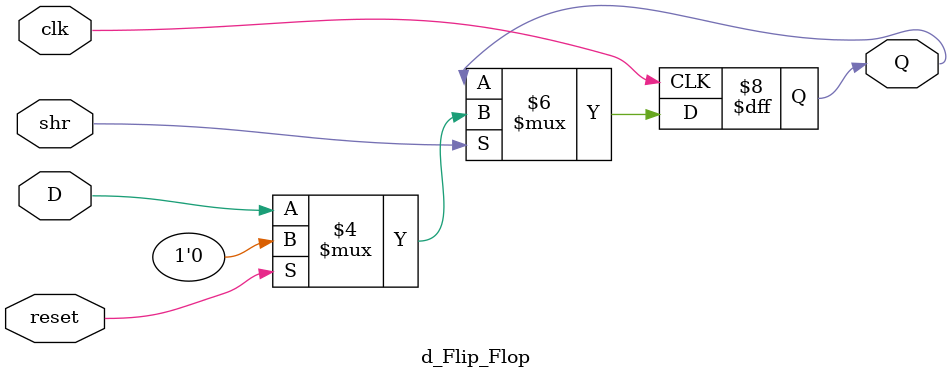
<source format=sv>
`timescale 1ns / 1ps


module d_Flip_Flop(input D,clk,reset,shr,output reg Q );
    
    always @(posedge clk) 
    begin
    if(shr)begin
    if(reset==1'b1)
        Q <= 1'b0; 
    else 
        Q <= D; 
end 
end
endmodule

</source>
